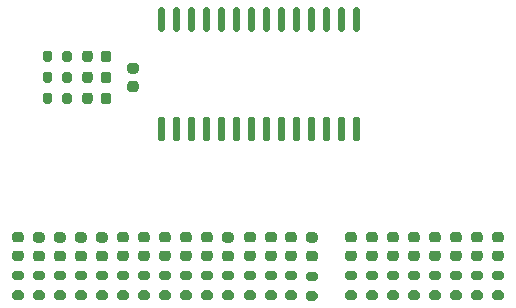
<source format=gbr>
%TF.GenerationSoftware,KiCad,Pcbnew,(5.1.10-1-10_14)*%
%TF.CreationDate,2021-10-02T01:03:44-04:00*%
%TF.ProjectId,microcode-eeprom,6d696372-6f63-46f6-9465-2d656570726f,rev?*%
%TF.SameCoordinates,Original*%
%TF.FileFunction,Paste,Top*%
%TF.FilePolarity,Positive*%
%FSLAX46Y46*%
G04 Gerber Fmt 4.6, Leading zero omitted, Abs format (unit mm)*
G04 Created by KiCad (PCBNEW (5.1.10-1-10_14)) date 2021-10-02 01:03:44*
%MOMM*%
%LPD*%
G01*
G04 APERTURE LIST*
G04 APERTURE END LIST*
%TO.C,U53*%
G36*
G01*
X103740000Y-97557000D02*
X103740000Y-97007000D01*
G75*
G02*
X103940000Y-96807000I200000J0D01*
G01*
X104340000Y-96807000D01*
G75*
G02*
X104540000Y-97007000I0J-200000D01*
G01*
X104540000Y-97557000D01*
G75*
G02*
X104340000Y-97757000I-200000J0D01*
G01*
X103940000Y-97757000D01*
G75*
G02*
X103740000Y-97557000I0J200000D01*
G01*
G37*
G36*
G01*
X102090000Y-97557000D02*
X102090000Y-97007000D01*
G75*
G02*
X102290000Y-96807000I200000J0D01*
G01*
X102690000Y-96807000D01*
G75*
G02*
X102890000Y-97007000I0J-200000D01*
G01*
X102890000Y-97557000D01*
G75*
G02*
X102690000Y-97757000I-200000J0D01*
G01*
X102290000Y-97757000D01*
G75*
G02*
X102090000Y-97557000I0J200000D01*
G01*
G37*
%TD*%
%TO.C,U52*%
G36*
G01*
X107004500Y-97538250D02*
X107004500Y-97025750D01*
G75*
G02*
X107223250Y-96807000I218750J0D01*
G01*
X107660750Y-96807000D01*
G75*
G02*
X107879500Y-97025750I0J-218750D01*
G01*
X107879500Y-97538250D01*
G75*
G02*
X107660750Y-97757000I-218750J0D01*
G01*
X107223250Y-97757000D01*
G75*
G02*
X107004500Y-97538250I0J218750D01*
G01*
G37*
G36*
G01*
X105429500Y-97538250D02*
X105429500Y-97025750D01*
G75*
G02*
X105648250Y-96807000I218750J0D01*
G01*
X106085750Y-96807000D01*
G75*
G02*
X106304500Y-97025750I0J-218750D01*
G01*
X106304500Y-97538250D01*
G75*
G02*
X106085750Y-97757000I-218750J0D01*
G01*
X105648250Y-97757000D01*
G75*
G02*
X105429500Y-97538250I0J218750D01*
G01*
G37*
%TD*%
%TO.C,U51*%
G36*
G01*
X103740000Y-94001000D02*
X103740000Y-93451000D01*
G75*
G02*
X103940000Y-93251000I200000J0D01*
G01*
X104340000Y-93251000D01*
G75*
G02*
X104540000Y-93451000I0J-200000D01*
G01*
X104540000Y-94001000D01*
G75*
G02*
X104340000Y-94201000I-200000J0D01*
G01*
X103940000Y-94201000D01*
G75*
G02*
X103740000Y-94001000I0J200000D01*
G01*
G37*
G36*
G01*
X102090000Y-94001000D02*
X102090000Y-93451000D01*
G75*
G02*
X102290000Y-93251000I200000J0D01*
G01*
X102690000Y-93251000D01*
G75*
G02*
X102890000Y-93451000I0J-200000D01*
G01*
X102890000Y-94001000D01*
G75*
G02*
X102690000Y-94201000I-200000J0D01*
G01*
X102290000Y-94201000D01*
G75*
G02*
X102090000Y-94001000I0J200000D01*
G01*
G37*
%TD*%
%TO.C,U50*%
G36*
G01*
X107004500Y-93982250D02*
X107004500Y-93469750D01*
G75*
G02*
X107223250Y-93251000I218750J0D01*
G01*
X107660750Y-93251000D01*
G75*
G02*
X107879500Y-93469750I0J-218750D01*
G01*
X107879500Y-93982250D01*
G75*
G02*
X107660750Y-94201000I-218750J0D01*
G01*
X107223250Y-94201000D01*
G75*
G02*
X107004500Y-93982250I0J218750D01*
G01*
G37*
G36*
G01*
X105429500Y-93982250D02*
X105429500Y-93469750D01*
G75*
G02*
X105648250Y-93251000I218750J0D01*
G01*
X106085750Y-93251000D01*
G75*
G02*
X106304500Y-93469750I0J-218750D01*
G01*
X106304500Y-93982250D01*
G75*
G02*
X106085750Y-94201000I-218750J0D01*
G01*
X105648250Y-94201000D01*
G75*
G02*
X105429500Y-93982250I0J218750D01*
G01*
G37*
%TD*%
%TO.C,U49*%
G36*
G01*
X103740000Y-95779000D02*
X103740000Y-95229000D01*
G75*
G02*
X103940000Y-95029000I200000J0D01*
G01*
X104340000Y-95029000D01*
G75*
G02*
X104540000Y-95229000I0J-200000D01*
G01*
X104540000Y-95779000D01*
G75*
G02*
X104340000Y-95979000I-200000J0D01*
G01*
X103940000Y-95979000D01*
G75*
G02*
X103740000Y-95779000I0J200000D01*
G01*
G37*
G36*
G01*
X102090000Y-95779000D02*
X102090000Y-95229000D01*
G75*
G02*
X102290000Y-95029000I200000J0D01*
G01*
X102690000Y-95029000D01*
G75*
G02*
X102890000Y-95229000I0J-200000D01*
G01*
X102890000Y-95779000D01*
G75*
G02*
X102690000Y-95979000I-200000J0D01*
G01*
X102290000Y-95979000D01*
G75*
G02*
X102090000Y-95779000I0J200000D01*
G01*
G37*
%TD*%
%TO.C,U48*%
G36*
G01*
X107004500Y-95760250D02*
X107004500Y-95247750D01*
G75*
G02*
X107223250Y-95029000I218750J0D01*
G01*
X107660750Y-95029000D01*
G75*
G02*
X107879500Y-95247750I0J-218750D01*
G01*
X107879500Y-95760250D01*
G75*
G02*
X107660750Y-95979000I-218750J0D01*
G01*
X107223250Y-95979000D01*
G75*
G02*
X107004500Y-95760250I0J218750D01*
G01*
G37*
G36*
G01*
X105429500Y-95760250D02*
X105429500Y-95247750D01*
G75*
G02*
X105648250Y-95029000I218750J0D01*
G01*
X106085750Y-95029000D01*
G75*
G02*
X106304500Y-95247750I0J-218750D01*
G01*
X106304500Y-95760250D01*
G75*
G02*
X106085750Y-95979000I-218750J0D01*
G01*
X105648250Y-95979000D01*
G75*
G02*
X105429500Y-95760250I0J218750D01*
G01*
G37*
%TD*%
%TO.C,C1*%
G36*
G01*
X109478000Y-95829000D02*
X109978000Y-95829000D01*
G75*
G02*
X110203000Y-96054000I0J-225000D01*
G01*
X110203000Y-96504000D01*
G75*
G02*
X109978000Y-96729000I-225000J0D01*
G01*
X109478000Y-96729000D01*
G75*
G02*
X109253000Y-96504000I0J225000D01*
G01*
X109253000Y-96054000D01*
G75*
G02*
X109478000Y-95829000I225000J0D01*
G01*
G37*
G36*
G01*
X109478000Y-94279000D02*
X109978000Y-94279000D01*
G75*
G02*
X110203000Y-94504000I0J-225000D01*
G01*
X110203000Y-94954000D01*
G75*
G02*
X109978000Y-95179000I-225000J0D01*
G01*
X109478000Y-95179000D01*
G75*
G02*
X109253000Y-94954000I0J225000D01*
G01*
X109253000Y-94504000D01*
G75*
G02*
X109478000Y-94279000I225000J0D01*
G01*
G37*
%TD*%
%TO.C,U1*%
G36*
G01*
X112291000Y-91625000D02*
X111991000Y-91625000D01*
G75*
G02*
X111841000Y-91475000I0J150000D01*
G01*
X111841000Y-89725000D01*
G75*
G02*
X111991000Y-89575000I150000J0D01*
G01*
X112291000Y-89575000D01*
G75*
G02*
X112441000Y-89725000I0J-150000D01*
G01*
X112441000Y-91475000D01*
G75*
G02*
X112291000Y-91625000I-150000J0D01*
G01*
G37*
G36*
G01*
X113561000Y-91625000D02*
X113261000Y-91625000D01*
G75*
G02*
X113111000Y-91475000I0J150000D01*
G01*
X113111000Y-89725000D01*
G75*
G02*
X113261000Y-89575000I150000J0D01*
G01*
X113561000Y-89575000D01*
G75*
G02*
X113711000Y-89725000I0J-150000D01*
G01*
X113711000Y-91475000D01*
G75*
G02*
X113561000Y-91625000I-150000J0D01*
G01*
G37*
G36*
G01*
X114831000Y-91625000D02*
X114531000Y-91625000D01*
G75*
G02*
X114381000Y-91475000I0J150000D01*
G01*
X114381000Y-89725000D01*
G75*
G02*
X114531000Y-89575000I150000J0D01*
G01*
X114831000Y-89575000D01*
G75*
G02*
X114981000Y-89725000I0J-150000D01*
G01*
X114981000Y-91475000D01*
G75*
G02*
X114831000Y-91625000I-150000J0D01*
G01*
G37*
G36*
G01*
X116101000Y-91625000D02*
X115801000Y-91625000D01*
G75*
G02*
X115651000Y-91475000I0J150000D01*
G01*
X115651000Y-89725000D01*
G75*
G02*
X115801000Y-89575000I150000J0D01*
G01*
X116101000Y-89575000D01*
G75*
G02*
X116251000Y-89725000I0J-150000D01*
G01*
X116251000Y-91475000D01*
G75*
G02*
X116101000Y-91625000I-150000J0D01*
G01*
G37*
G36*
G01*
X117371000Y-91625000D02*
X117071000Y-91625000D01*
G75*
G02*
X116921000Y-91475000I0J150000D01*
G01*
X116921000Y-89725000D01*
G75*
G02*
X117071000Y-89575000I150000J0D01*
G01*
X117371000Y-89575000D01*
G75*
G02*
X117521000Y-89725000I0J-150000D01*
G01*
X117521000Y-91475000D01*
G75*
G02*
X117371000Y-91625000I-150000J0D01*
G01*
G37*
G36*
G01*
X118641000Y-91625000D02*
X118341000Y-91625000D01*
G75*
G02*
X118191000Y-91475000I0J150000D01*
G01*
X118191000Y-89725000D01*
G75*
G02*
X118341000Y-89575000I150000J0D01*
G01*
X118641000Y-89575000D01*
G75*
G02*
X118791000Y-89725000I0J-150000D01*
G01*
X118791000Y-91475000D01*
G75*
G02*
X118641000Y-91625000I-150000J0D01*
G01*
G37*
G36*
G01*
X119911000Y-91625000D02*
X119611000Y-91625000D01*
G75*
G02*
X119461000Y-91475000I0J150000D01*
G01*
X119461000Y-89725000D01*
G75*
G02*
X119611000Y-89575000I150000J0D01*
G01*
X119911000Y-89575000D01*
G75*
G02*
X120061000Y-89725000I0J-150000D01*
G01*
X120061000Y-91475000D01*
G75*
G02*
X119911000Y-91625000I-150000J0D01*
G01*
G37*
G36*
G01*
X121181000Y-91625000D02*
X120881000Y-91625000D01*
G75*
G02*
X120731000Y-91475000I0J150000D01*
G01*
X120731000Y-89725000D01*
G75*
G02*
X120881000Y-89575000I150000J0D01*
G01*
X121181000Y-89575000D01*
G75*
G02*
X121331000Y-89725000I0J-150000D01*
G01*
X121331000Y-91475000D01*
G75*
G02*
X121181000Y-91625000I-150000J0D01*
G01*
G37*
G36*
G01*
X122451000Y-91625000D02*
X122151000Y-91625000D01*
G75*
G02*
X122001000Y-91475000I0J150000D01*
G01*
X122001000Y-89725000D01*
G75*
G02*
X122151000Y-89575000I150000J0D01*
G01*
X122451000Y-89575000D01*
G75*
G02*
X122601000Y-89725000I0J-150000D01*
G01*
X122601000Y-91475000D01*
G75*
G02*
X122451000Y-91625000I-150000J0D01*
G01*
G37*
G36*
G01*
X123721000Y-91625000D02*
X123421000Y-91625000D01*
G75*
G02*
X123271000Y-91475000I0J150000D01*
G01*
X123271000Y-89725000D01*
G75*
G02*
X123421000Y-89575000I150000J0D01*
G01*
X123721000Y-89575000D01*
G75*
G02*
X123871000Y-89725000I0J-150000D01*
G01*
X123871000Y-91475000D01*
G75*
G02*
X123721000Y-91625000I-150000J0D01*
G01*
G37*
G36*
G01*
X124991000Y-91625000D02*
X124691000Y-91625000D01*
G75*
G02*
X124541000Y-91475000I0J150000D01*
G01*
X124541000Y-89725000D01*
G75*
G02*
X124691000Y-89575000I150000J0D01*
G01*
X124991000Y-89575000D01*
G75*
G02*
X125141000Y-89725000I0J-150000D01*
G01*
X125141000Y-91475000D01*
G75*
G02*
X124991000Y-91625000I-150000J0D01*
G01*
G37*
G36*
G01*
X126261000Y-91625000D02*
X125961000Y-91625000D01*
G75*
G02*
X125811000Y-91475000I0J150000D01*
G01*
X125811000Y-89725000D01*
G75*
G02*
X125961000Y-89575000I150000J0D01*
G01*
X126261000Y-89575000D01*
G75*
G02*
X126411000Y-89725000I0J-150000D01*
G01*
X126411000Y-91475000D01*
G75*
G02*
X126261000Y-91625000I-150000J0D01*
G01*
G37*
G36*
G01*
X127531000Y-91625000D02*
X127231000Y-91625000D01*
G75*
G02*
X127081000Y-91475000I0J150000D01*
G01*
X127081000Y-89725000D01*
G75*
G02*
X127231000Y-89575000I150000J0D01*
G01*
X127531000Y-89575000D01*
G75*
G02*
X127681000Y-89725000I0J-150000D01*
G01*
X127681000Y-91475000D01*
G75*
G02*
X127531000Y-91625000I-150000J0D01*
G01*
G37*
G36*
G01*
X128801000Y-91625000D02*
X128501000Y-91625000D01*
G75*
G02*
X128351000Y-91475000I0J150000D01*
G01*
X128351000Y-89725000D01*
G75*
G02*
X128501000Y-89575000I150000J0D01*
G01*
X128801000Y-89575000D01*
G75*
G02*
X128951000Y-89725000I0J-150000D01*
G01*
X128951000Y-91475000D01*
G75*
G02*
X128801000Y-91625000I-150000J0D01*
G01*
G37*
G36*
G01*
X128801000Y-100925000D02*
X128501000Y-100925000D01*
G75*
G02*
X128351000Y-100775000I0J150000D01*
G01*
X128351000Y-99025000D01*
G75*
G02*
X128501000Y-98875000I150000J0D01*
G01*
X128801000Y-98875000D01*
G75*
G02*
X128951000Y-99025000I0J-150000D01*
G01*
X128951000Y-100775000D01*
G75*
G02*
X128801000Y-100925000I-150000J0D01*
G01*
G37*
G36*
G01*
X127531000Y-100925000D02*
X127231000Y-100925000D01*
G75*
G02*
X127081000Y-100775000I0J150000D01*
G01*
X127081000Y-99025000D01*
G75*
G02*
X127231000Y-98875000I150000J0D01*
G01*
X127531000Y-98875000D01*
G75*
G02*
X127681000Y-99025000I0J-150000D01*
G01*
X127681000Y-100775000D01*
G75*
G02*
X127531000Y-100925000I-150000J0D01*
G01*
G37*
G36*
G01*
X126261000Y-100925000D02*
X125961000Y-100925000D01*
G75*
G02*
X125811000Y-100775000I0J150000D01*
G01*
X125811000Y-99025000D01*
G75*
G02*
X125961000Y-98875000I150000J0D01*
G01*
X126261000Y-98875000D01*
G75*
G02*
X126411000Y-99025000I0J-150000D01*
G01*
X126411000Y-100775000D01*
G75*
G02*
X126261000Y-100925000I-150000J0D01*
G01*
G37*
G36*
G01*
X124991000Y-100925000D02*
X124691000Y-100925000D01*
G75*
G02*
X124541000Y-100775000I0J150000D01*
G01*
X124541000Y-99025000D01*
G75*
G02*
X124691000Y-98875000I150000J0D01*
G01*
X124991000Y-98875000D01*
G75*
G02*
X125141000Y-99025000I0J-150000D01*
G01*
X125141000Y-100775000D01*
G75*
G02*
X124991000Y-100925000I-150000J0D01*
G01*
G37*
G36*
G01*
X123721000Y-100925000D02*
X123421000Y-100925000D01*
G75*
G02*
X123271000Y-100775000I0J150000D01*
G01*
X123271000Y-99025000D01*
G75*
G02*
X123421000Y-98875000I150000J0D01*
G01*
X123721000Y-98875000D01*
G75*
G02*
X123871000Y-99025000I0J-150000D01*
G01*
X123871000Y-100775000D01*
G75*
G02*
X123721000Y-100925000I-150000J0D01*
G01*
G37*
G36*
G01*
X122451000Y-100925000D02*
X122151000Y-100925000D01*
G75*
G02*
X122001000Y-100775000I0J150000D01*
G01*
X122001000Y-99025000D01*
G75*
G02*
X122151000Y-98875000I150000J0D01*
G01*
X122451000Y-98875000D01*
G75*
G02*
X122601000Y-99025000I0J-150000D01*
G01*
X122601000Y-100775000D01*
G75*
G02*
X122451000Y-100925000I-150000J0D01*
G01*
G37*
G36*
G01*
X121181000Y-100925000D02*
X120881000Y-100925000D01*
G75*
G02*
X120731000Y-100775000I0J150000D01*
G01*
X120731000Y-99025000D01*
G75*
G02*
X120881000Y-98875000I150000J0D01*
G01*
X121181000Y-98875000D01*
G75*
G02*
X121331000Y-99025000I0J-150000D01*
G01*
X121331000Y-100775000D01*
G75*
G02*
X121181000Y-100925000I-150000J0D01*
G01*
G37*
G36*
G01*
X119911000Y-100925000D02*
X119611000Y-100925000D01*
G75*
G02*
X119461000Y-100775000I0J150000D01*
G01*
X119461000Y-99025000D01*
G75*
G02*
X119611000Y-98875000I150000J0D01*
G01*
X119911000Y-98875000D01*
G75*
G02*
X120061000Y-99025000I0J-150000D01*
G01*
X120061000Y-100775000D01*
G75*
G02*
X119911000Y-100925000I-150000J0D01*
G01*
G37*
G36*
G01*
X118641000Y-100925000D02*
X118341000Y-100925000D01*
G75*
G02*
X118191000Y-100775000I0J150000D01*
G01*
X118191000Y-99025000D01*
G75*
G02*
X118341000Y-98875000I150000J0D01*
G01*
X118641000Y-98875000D01*
G75*
G02*
X118791000Y-99025000I0J-150000D01*
G01*
X118791000Y-100775000D01*
G75*
G02*
X118641000Y-100925000I-150000J0D01*
G01*
G37*
G36*
G01*
X117371000Y-100925000D02*
X117071000Y-100925000D01*
G75*
G02*
X116921000Y-100775000I0J150000D01*
G01*
X116921000Y-99025000D01*
G75*
G02*
X117071000Y-98875000I150000J0D01*
G01*
X117371000Y-98875000D01*
G75*
G02*
X117521000Y-99025000I0J-150000D01*
G01*
X117521000Y-100775000D01*
G75*
G02*
X117371000Y-100925000I-150000J0D01*
G01*
G37*
G36*
G01*
X116101000Y-100925000D02*
X115801000Y-100925000D01*
G75*
G02*
X115651000Y-100775000I0J150000D01*
G01*
X115651000Y-99025000D01*
G75*
G02*
X115801000Y-98875000I150000J0D01*
G01*
X116101000Y-98875000D01*
G75*
G02*
X116251000Y-99025000I0J-150000D01*
G01*
X116251000Y-100775000D01*
G75*
G02*
X116101000Y-100925000I-150000J0D01*
G01*
G37*
G36*
G01*
X114831000Y-100925000D02*
X114531000Y-100925000D01*
G75*
G02*
X114381000Y-100775000I0J150000D01*
G01*
X114381000Y-99025000D01*
G75*
G02*
X114531000Y-98875000I150000J0D01*
G01*
X114831000Y-98875000D01*
G75*
G02*
X114981000Y-99025000I0J-150000D01*
G01*
X114981000Y-100775000D01*
G75*
G02*
X114831000Y-100925000I-150000J0D01*
G01*
G37*
G36*
G01*
X113561000Y-100925000D02*
X113261000Y-100925000D01*
G75*
G02*
X113111000Y-100775000I0J150000D01*
G01*
X113111000Y-99025000D01*
G75*
G02*
X113261000Y-98875000I150000J0D01*
G01*
X113561000Y-98875000D01*
G75*
G02*
X113711000Y-99025000I0J-150000D01*
G01*
X113711000Y-100775000D01*
G75*
G02*
X113561000Y-100925000I-150000J0D01*
G01*
G37*
G36*
G01*
X112291000Y-100925000D02*
X111991000Y-100925000D01*
G75*
G02*
X111841000Y-100775000I0J150000D01*
G01*
X111841000Y-99025000D01*
G75*
G02*
X111991000Y-98875000I150000J0D01*
G01*
X112291000Y-98875000D01*
G75*
G02*
X112441000Y-99025000I0J-150000D01*
G01*
X112441000Y-100775000D01*
G75*
G02*
X112291000Y-100925000I-150000J0D01*
G01*
G37*
%TD*%
%TO.C,U31*%
G36*
G01*
X124603000Y-113608000D02*
X125153000Y-113608000D01*
G75*
G02*
X125353000Y-113808000I0J-200000D01*
G01*
X125353000Y-114208000D01*
G75*
G02*
X125153000Y-114408000I-200000J0D01*
G01*
X124603000Y-114408000D01*
G75*
G02*
X124403000Y-114208000I0J200000D01*
G01*
X124403000Y-113808000D01*
G75*
G02*
X124603000Y-113608000I200000J0D01*
G01*
G37*
G36*
G01*
X124603000Y-111958000D02*
X125153000Y-111958000D01*
G75*
G02*
X125353000Y-112158000I0J-200000D01*
G01*
X125353000Y-112558000D01*
G75*
G02*
X125153000Y-112758000I-200000J0D01*
G01*
X124603000Y-112758000D01*
G75*
G02*
X124403000Y-112558000I0J200000D01*
G01*
X124403000Y-112158000D01*
G75*
G02*
X124603000Y-111958000I200000J0D01*
G01*
G37*
%TD*%
%TO.C,U30*%
G36*
G01*
X125134250Y-109493500D02*
X124621750Y-109493500D01*
G75*
G02*
X124403000Y-109274750I0J218750D01*
G01*
X124403000Y-108837250D01*
G75*
G02*
X124621750Y-108618500I218750J0D01*
G01*
X125134250Y-108618500D01*
G75*
G02*
X125353000Y-108837250I0J-218750D01*
G01*
X125353000Y-109274750D01*
G75*
G02*
X125134250Y-109493500I-218750J0D01*
G01*
G37*
G36*
G01*
X125134250Y-111068500D02*
X124621750Y-111068500D01*
G75*
G02*
X124403000Y-110849750I0J218750D01*
G01*
X124403000Y-110412250D01*
G75*
G02*
X124621750Y-110193500I218750J0D01*
G01*
X125134250Y-110193500D01*
G75*
G02*
X125353000Y-110412250I0J-218750D01*
G01*
X125353000Y-110849750D01*
G75*
G02*
X125134250Y-111068500I-218750J0D01*
G01*
G37*
%TD*%
%TO.C,U29*%
G36*
G01*
X122825000Y-113545000D02*
X123375000Y-113545000D01*
G75*
G02*
X123575000Y-113745000I0J-200000D01*
G01*
X123575000Y-114145000D01*
G75*
G02*
X123375000Y-114345000I-200000J0D01*
G01*
X122825000Y-114345000D01*
G75*
G02*
X122625000Y-114145000I0J200000D01*
G01*
X122625000Y-113745000D01*
G75*
G02*
X122825000Y-113545000I200000J0D01*
G01*
G37*
G36*
G01*
X122825000Y-111895000D02*
X123375000Y-111895000D01*
G75*
G02*
X123575000Y-112095000I0J-200000D01*
G01*
X123575000Y-112495000D01*
G75*
G02*
X123375000Y-112695000I-200000J0D01*
G01*
X122825000Y-112695000D01*
G75*
G02*
X122625000Y-112495000I0J200000D01*
G01*
X122625000Y-112095000D01*
G75*
G02*
X122825000Y-111895000I200000J0D01*
G01*
G37*
%TD*%
%TO.C,U28*%
G36*
G01*
X123356250Y-109468000D02*
X122843750Y-109468000D01*
G75*
G02*
X122625000Y-109249250I0J218750D01*
G01*
X122625000Y-108811750D01*
G75*
G02*
X122843750Y-108593000I218750J0D01*
G01*
X123356250Y-108593000D01*
G75*
G02*
X123575000Y-108811750I0J-218750D01*
G01*
X123575000Y-109249250D01*
G75*
G02*
X123356250Y-109468000I-218750J0D01*
G01*
G37*
G36*
G01*
X123356250Y-111043000D02*
X122843750Y-111043000D01*
G75*
G02*
X122625000Y-110824250I0J218750D01*
G01*
X122625000Y-110386750D01*
G75*
G02*
X122843750Y-110168000I218750J0D01*
G01*
X123356250Y-110168000D01*
G75*
G02*
X123575000Y-110386750I0J-218750D01*
G01*
X123575000Y-110824250D01*
G75*
G02*
X123356250Y-111043000I-218750J0D01*
G01*
G37*
%TD*%
%TO.C,U27*%
G36*
G01*
X121137000Y-113545000D02*
X121687000Y-113545000D01*
G75*
G02*
X121887000Y-113745000I0J-200000D01*
G01*
X121887000Y-114145000D01*
G75*
G02*
X121687000Y-114345000I-200000J0D01*
G01*
X121137000Y-114345000D01*
G75*
G02*
X120937000Y-114145000I0J200000D01*
G01*
X120937000Y-113745000D01*
G75*
G02*
X121137000Y-113545000I200000J0D01*
G01*
G37*
G36*
G01*
X121137000Y-111895000D02*
X121687000Y-111895000D01*
G75*
G02*
X121887000Y-112095000I0J-200000D01*
G01*
X121887000Y-112495000D01*
G75*
G02*
X121687000Y-112695000I-200000J0D01*
G01*
X121137000Y-112695000D01*
G75*
G02*
X120937000Y-112495000I0J200000D01*
G01*
X120937000Y-112095000D01*
G75*
G02*
X121137000Y-111895000I200000J0D01*
G01*
G37*
%TD*%
%TO.C,U26*%
G36*
G01*
X121668250Y-111043000D02*
X121155750Y-111043000D01*
G75*
G02*
X120937000Y-110824250I0J218750D01*
G01*
X120937000Y-110386750D01*
G75*
G02*
X121155750Y-110168000I218750J0D01*
G01*
X121668250Y-110168000D01*
G75*
G02*
X121887000Y-110386750I0J-218750D01*
G01*
X121887000Y-110824250D01*
G75*
G02*
X121668250Y-111043000I-218750J0D01*
G01*
G37*
G36*
G01*
X121668250Y-109468000D02*
X121155750Y-109468000D01*
G75*
G02*
X120937000Y-109249250I0J218750D01*
G01*
X120937000Y-108811750D01*
G75*
G02*
X121155750Y-108593000I218750J0D01*
G01*
X121668250Y-108593000D01*
G75*
G02*
X121887000Y-108811750I0J-218750D01*
G01*
X121887000Y-109249250D01*
G75*
G02*
X121668250Y-109468000I-218750J0D01*
G01*
G37*
%TD*%
%TO.C,U25*%
G36*
G01*
X119359000Y-113545000D02*
X119909000Y-113545000D01*
G75*
G02*
X120109000Y-113745000I0J-200000D01*
G01*
X120109000Y-114145000D01*
G75*
G02*
X119909000Y-114345000I-200000J0D01*
G01*
X119359000Y-114345000D01*
G75*
G02*
X119159000Y-114145000I0J200000D01*
G01*
X119159000Y-113745000D01*
G75*
G02*
X119359000Y-113545000I200000J0D01*
G01*
G37*
G36*
G01*
X119359000Y-111895000D02*
X119909000Y-111895000D01*
G75*
G02*
X120109000Y-112095000I0J-200000D01*
G01*
X120109000Y-112495000D01*
G75*
G02*
X119909000Y-112695000I-200000J0D01*
G01*
X119359000Y-112695000D01*
G75*
G02*
X119159000Y-112495000I0J200000D01*
G01*
X119159000Y-112095000D01*
G75*
G02*
X119359000Y-111895000I200000J0D01*
G01*
G37*
%TD*%
%TO.C,U24*%
G36*
G01*
X119890250Y-109468000D02*
X119377750Y-109468000D01*
G75*
G02*
X119159000Y-109249250I0J218750D01*
G01*
X119159000Y-108811750D01*
G75*
G02*
X119377750Y-108593000I218750J0D01*
G01*
X119890250Y-108593000D01*
G75*
G02*
X120109000Y-108811750I0J-218750D01*
G01*
X120109000Y-109249250D01*
G75*
G02*
X119890250Y-109468000I-218750J0D01*
G01*
G37*
G36*
G01*
X119890250Y-111043000D02*
X119377750Y-111043000D01*
G75*
G02*
X119159000Y-110824250I0J218750D01*
G01*
X119159000Y-110386750D01*
G75*
G02*
X119377750Y-110168000I218750J0D01*
G01*
X119890250Y-110168000D01*
G75*
G02*
X120109000Y-110386750I0J-218750D01*
G01*
X120109000Y-110824250D01*
G75*
G02*
X119890250Y-111043000I-218750J0D01*
G01*
G37*
%TD*%
%TO.C,U23*%
G36*
G01*
X117491000Y-113545000D02*
X118041000Y-113545000D01*
G75*
G02*
X118241000Y-113745000I0J-200000D01*
G01*
X118241000Y-114145000D01*
G75*
G02*
X118041000Y-114345000I-200000J0D01*
G01*
X117491000Y-114345000D01*
G75*
G02*
X117291000Y-114145000I0J200000D01*
G01*
X117291000Y-113745000D01*
G75*
G02*
X117491000Y-113545000I200000J0D01*
G01*
G37*
G36*
G01*
X117491000Y-111895000D02*
X118041000Y-111895000D01*
G75*
G02*
X118241000Y-112095000I0J-200000D01*
G01*
X118241000Y-112495000D01*
G75*
G02*
X118041000Y-112695000I-200000J0D01*
G01*
X117491000Y-112695000D01*
G75*
G02*
X117291000Y-112495000I0J200000D01*
G01*
X117291000Y-112095000D01*
G75*
G02*
X117491000Y-111895000I200000J0D01*
G01*
G37*
%TD*%
%TO.C,U22*%
G36*
G01*
X118022250Y-109493500D02*
X117509750Y-109493500D01*
G75*
G02*
X117291000Y-109274750I0J218750D01*
G01*
X117291000Y-108837250D01*
G75*
G02*
X117509750Y-108618500I218750J0D01*
G01*
X118022250Y-108618500D01*
G75*
G02*
X118241000Y-108837250I0J-218750D01*
G01*
X118241000Y-109274750D01*
G75*
G02*
X118022250Y-109493500I-218750J0D01*
G01*
G37*
G36*
G01*
X118022250Y-111068500D02*
X117509750Y-111068500D01*
G75*
G02*
X117291000Y-110849750I0J218750D01*
G01*
X117291000Y-110412250D01*
G75*
G02*
X117509750Y-110193500I218750J0D01*
G01*
X118022250Y-110193500D01*
G75*
G02*
X118241000Y-110412250I0J-218750D01*
G01*
X118241000Y-110849750D01*
G75*
G02*
X118022250Y-111068500I-218750J0D01*
G01*
G37*
%TD*%
%TO.C,U21*%
G36*
G01*
X115713000Y-113545000D02*
X116263000Y-113545000D01*
G75*
G02*
X116463000Y-113745000I0J-200000D01*
G01*
X116463000Y-114145000D01*
G75*
G02*
X116263000Y-114345000I-200000J0D01*
G01*
X115713000Y-114345000D01*
G75*
G02*
X115513000Y-114145000I0J200000D01*
G01*
X115513000Y-113745000D01*
G75*
G02*
X115713000Y-113545000I200000J0D01*
G01*
G37*
G36*
G01*
X115713000Y-111895000D02*
X116263000Y-111895000D01*
G75*
G02*
X116463000Y-112095000I0J-200000D01*
G01*
X116463000Y-112495000D01*
G75*
G02*
X116263000Y-112695000I-200000J0D01*
G01*
X115713000Y-112695000D01*
G75*
G02*
X115513000Y-112495000I0J200000D01*
G01*
X115513000Y-112095000D01*
G75*
G02*
X115713000Y-111895000I200000J0D01*
G01*
G37*
%TD*%
%TO.C,U20*%
G36*
G01*
X116244250Y-109468000D02*
X115731750Y-109468000D01*
G75*
G02*
X115513000Y-109249250I0J218750D01*
G01*
X115513000Y-108811750D01*
G75*
G02*
X115731750Y-108593000I218750J0D01*
G01*
X116244250Y-108593000D01*
G75*
G02*
X116463000Y-108811750I0J-218750D01*
G01*
X116463000Y-109249250D01*
G75*
G02*
X116244250Y-109468000I-218750J0D01*
G01*
G37*
G36*
G01*
X116244250Y-111043000D02*
X115731750Y-111043000D01*
G75*
G02*
X115513000Y-110824250I0J218750D01*
G01*
X115513000Y-110386750D01*
G75*
G02*
X115731750Y-110168000I218750J0D01*
G01*
X116244250Y-110168000D01*
G75*
G02*
X116463000Y-110386750I0J-218750D01*
G01*
X116463000Y-110824250D01*
G75*
G02*
X116244250Y-111043000I-218750J0D01*
G01*
G37*
%TD*%
%TO.C,U19*%
G36*
G01*
X113935000Y-113545000D02*
X114485000Y-113545000D01*
G75*
G02*
X114685000Y-113745000I0J-200000D01*
G01*
X114685000Y-114145000D01*
G75*
G02*
X114485000Y-114345000I-200000J0D01*
G01*
X113935000Y-114345000D01*
G75*
G02*
X113735000Y-114145000I0J200000D01*
G01*
X113735000Y-113745000D01*
G75*
G02*
X113935000Y-113545000I200000J0D01*
G01*
G37*
G36*
G01*
X113935000Y-111895000D02*
X114485000Y-111895000D01*
G75*
G02*
X114685000Y-112095000I0J-200000D01*
G01*
X114685000Y-112495000D01*
G75*
G02*
X114485000Y-112695000I-200000J0D01*
G01*
X113935000Y-112695000D01*
G75*
G02*
X113735000Y-112495000I0J200000D01*
G01*
X113735000Y-112095000D01*
G75*
G02*
X113935000Y-111895000I200000J0D01*
G01*
G37*
%TD*%
%TO.C,U18*%
G36*
G01*
X114466250Y-109468000D02*
X113953750Y-109468000D01*
G75*
G02*
X113735000Y-109249250I0J218750D01*
G01*
X113735000Y-108811750D01*
G75*
G02*
X113953750Y-108593000I218750J0D01*
G01*
X114466250Y-108593000D01*
G75*
G02*
X114685000Y-108811750I0J-218750D01*
G01*
X114685000Y-109249250D01*
G75*
G02*
X114466250Y-109468000I-218750J0D01*
G01*
G37*
G36*
G01*
X114466250Y-111043000D02*
X113953750Y-111043000D01*
G75*
G02*
X113735000Y-110824250I0J218750D01*
G01*
X113735000Y-110386750D01*
G75*
G02*
X113953750Y-110168000I218750J0D01*
G01*
X114466250Y-110168000D01*
G75*
G02*
X114685000Y-110386750I0J-218750D01*
G01*
X114685000Y-110824250D01*
G75*
G02*
X114466250Y-111043000I-218750J0D01*
G01*
G37*
%TD*%
%TO.C,U17*%
G36*
G01*
X112157000Y-113545000D02*
X112707000Y-113545000D01*
G75*
G02*
X112907000Y-113745000I0J-200000D01*
G01*
X112907000Y-114145000D01*
G75*
G02*
X112707000Y-114345000I-200000J0D01*
G01*
X112157000Y-114345000D01*
G75*
G02*
X111957000Y-114145000I0J200000D01*
G01*
X111957000Y-113745000D01*
G75*
G02*
X112157000Y-113545000I200000J0D01*
G01*
G37*
G36*
G01*
X112157000Y-111895000D02*
X112707000Y-111895000D01*
G75*
G02*
X112907000Y-112095000I0J-200000D01*
G01*
X112907000Y-112495000D01*
G75*
G02*
X112707000Y-112695000I-200000J0D01*
G01*
X112157000Y-112695000D01*
G75*
G02*
X111957000Y-112495000I0J200000D01*
G01*
X111957000Y-112095000D01*
G75*
G02*
X112157000Y-111895000I200000J0D01*
G01*
G37*
%TD*%
%TO.C,U16*%
G36*
G01*
X112688250Y-109468000D02*
X112175750Y-109468000D01*
G75*
G02*
X111957000Y-109249250I0J218750D01*
G01*
X111957000Y-108811750D01*
G75*
G02*
X112175750Y-108593000I218750J0D01*
G01*
X112688250Y-108593000D01*
G75*
G02*
X112907000Y-108811750I0J-218750D01*
G01*
X112907000Y-109249250D01*
G75*
G02*
X112688250Y-109468000I-218750J0D01*
G01*
G37*
G36*
G01*
X112688250Y-111043000D02*
X112175750Y-111043000D01*
G75*
G02*
X111957000Y-110824250I0J218750D01*
G01*
X111957000Y-110386750D01*
G75*
G02*
X112175750Y-110168000I218750J0D01*
G01*
X112688250Y-110168000D01*
G75*
G02*
X112907000Y-110386750I0J-218750D01*
G01*
X112907000Y-110824250D01*
G75*
G02*
X112688250Y-111043000I-218750J0D01*
G01*
G37*
%TD*%
%TO.C,U15*%
G36*
G01*
X110379000Y-113545000D02*
X110929000Y-113545000D01*
G75*
G02*
X111129000Y-113745000I0J-200000D01*
G01*
X111129000Y-114145000D01*
G75*
G02*
X110929000Y-114345000I-200000J0D01*
G01*
X110379000Y-114345000D01*
G75*
G02*
X110179000Y-114145000I0J200000D01*
G01*
X110179000Y-113745000D01*
G75*
G02*
X110379000Y-113545000I200000J0D01*
G01*
G37*
G36*
G01*
X110379000Y-111895000D02*
X110929000Y-111895000D01*
G75*
G02*
X111129000Y-112095000I0J-200000D01*
G01*
X111129000Y-112495000D01*
G75*
G02*
X110929000Y-112695000I-200000J0D01*
G01*
X110379000Y-112695000D01*
G75*
G02*
X110179000Y-112495000I0J200000D01*
G01*
X110179000Y-112095000D01*
G75*
G02*
X110379000Y-111895000I200000J0D01*
G01*
G37*
%TD*%
%TO.C,U14*%
G36*
G01*
X110910250Y-109468000D02*
X110397750Y-109468000D01*
G75*
G02*
X110179000Y-109249250I0J218750D01*
G01*
X110179000Y-108811750D01*
G75*
G02*
X110397750Y-108593000I218750J0D01*
G01*
X110910250Y-108593000D01*
G75*
G02*
X111129000Y-108811750I0J-218750D01*
G01*
X111129000Y-109249250D01*
G75*
G02*
X110910250Y-109468000I-218750J0D01*
G01*
G37*
G36*
G01*
X110910250Y-111043000D02*
X110397750Y-111043000D01*
G75*
G02*
X110179000Y-110824250I0J218750D01*
G01*
X110179000Y-110386750D01*
G75*
G02*
X110397750Y-110168000I218750J0D01*
G01*
X110910250Y-110168000D01*
G75*
G02*
X111129000Y-110386750I0J-218750D01*
G01*
X111129000Y-110824250D01*
G75*
G02*
X110910250Y-111043000I-218750J0D01*
G01*
G37*
%TD*%
%TO.C,U13*%
G36*
G01*
X108601000Y-113545000D02*
X109151000Y-113545000D01*
G75*
G02*
X109351000Y-113745000I0J-200000D01*
G01*
X109351000Y-114145000D01*
G75*
G02*
X109151000Y-114345000I-200000J0D01*
G01*
X108601000Y-114345000D01*
G75*
G02*
X108401000Y-114145000I0J200000D01*
G01*
X108401000Y-113745000D01*
G75*
G02*
X108601000Y-113545000I200000J0D01*
G01*
G37*
G36*
G01*
X108601000Y-111895000D02*
X109151000Y-111895000D01*
G75*
G02*
X109351000Y-112095000I0J-200000D01*
G01*
X109351000Y-112495000D01*
G75*
G02*
X109151000Y-112695000I-200000J0D01*
G01*
X108601000Y-112695000D01*
G75*
G02*
X108401000Y-112495000I0J200000D01*
G01*
X108401000Y-112095000D01*
G75*
G02*
X108601000Y-111895000I200000J0D01*
G01*
G37*
%TD*%
%TO.C,U12*%
G36*
G01*
X109132250Y-109468000D02*
X108619750Y-109468000D01*
G75*
G02*
X108401000Y-109249250I0J218750D01*
G01*
X108401000Y-108811750D01*
G75*
G02*
X108619750Y-108593000I218750J0D01*
G01*
X109132250Y-108593000D01*
G75*
G02*
X109351000Y-108811750I0J-218750D01*
G01*
X109351000Y-109249250D01*
G75*
G02*
X109132250Y-109468000I-218750J0D01*
G01*
G37*
G36*
G01*
X109132250Y-111043000D02*
X108619750Y-111043000D01*
G75*
G02*
X108401000Y-110824250I0J218750D01*
G01*
X108401000Y-110386750D01*
G75*
G02*
X108619750Y-110168000I218750J0D01*
G01*
X109132250Y-110168000D01*
G75*
G02*
X109351000Y-110386750I0J-218750D01*
G01*
X109351000Y-110824250D01*
G75*
G02*
X109132250Y-111043000I-218750J0D01*
G01*
G37*
%TD*%
%TO.C,U11*%
G36*
G01*
X106823000Y-113545000D02*
X107373000Y-113545000D01*
G75*
G02*
X107573000Y-113745000I0J-200000D01*
G01*
X107573000Y-114145000D01*
G75*
G02*
X107373000Y-114345000I-200000J0D01*
G01*
X106823000Y-114345000D01*
G75*
G02*
X106623000Y-114145000I0J200000D01*
G01*
X106623000Y-113745000D01*
G75*
G02*
X106823000Y-113545000I200000J0D01*
G01*
G37*
G36*
G01*
X106823000Y-111895000D02*
X107373000Y-111895000D01*
G75*
G02*
X107573000Y-112095000I0J-200000D01*
G01*
X107573000Y-112495000D01*
G75*
G02*
X107373000Y-112695000I-200000J0D01*
G01*
X106823000Y-112695000D01*
G75*
G02*
X106623000Y-112495000I0J200000D01*
G01*
X106623000Y-112095000D01*
G75*
G02*
X106823000Y-111895000I200000J0D01*
G01*
G37*
%TD*%
%TO.C,U10*%
G36*
G01*
X107354250Y-109493500D02*
X106841750Y-109493500D01*
G75*
G02*
X106623000Y-109274750I0J218750D01*
G01*
X106623000Y-108837250D01*
G75*
G02*
X106841750Y-108618500I218750J0D01*
G01*
X107354250Y-108618500D01*
G75*
G02*
X107573000Y-108837250I0J-218750D01*
G01*
X107573000Y-109274750D01*
G75*
G02*
X107354250Y-109493500I-218750J0D01*
G01*
G37*
G36*
G01*
X107354250Y-111068500D02*
X106841750Y-111068500D01*
G75*
G02*
X106623000Y-110849750I0J218750D01*
G01*
X106623000Y-110412250D01*
G75*
G02*
X106841750Y-110193500I218750J0D01*
G01*
X107354250Y-110193500D01*
G75*
G02*
X107573000Y-110412250I0J-218750D01*
G01*
X107573000Y-110849750D01*
G75*
G02*
X107354250Y-111068500I-218750J0D01*
G01*
G37*
%TD*%
%TO.C,U9*%
G36*
G01*
X105045000Y-113545000D02*
X105595000Y-113545000D01*
G75*
G02*
X105795000Y-113745000I0J-200000D01*
G01*
X105795000Y-114145000D01*
G75*
G02*
X105595000Y-114345000I-200000J0D01*
G01*
X105045000Y-114345000D01*
G75*
G02*
X104845000Y-114145000I0J200000D01*
G01*
X104845000Y-113745000D01*
G75*
G02*
X105045000Y-113545000I200000J0D01*
G01*
G37*
G36*
G01*
X105045000Y-111895000D02*
X105595000Y-111895000D01*
G75*
G02*
X105795000Y-112095000I0J-200000D01*
G01*
X105795000Y-112495000D01*
G75*
G02*
X105595000Y-112695000I-200000J0D01*
G01*
X105045000Y-112695000D01*
G75*
G02*
X104845000Y-112495000I0J200000D01*
G01*
X104845000Y-112095000D01*
G75*
G02*
X105045000Y-111895000I200000J0D01*
G01*
G37*
%TD*%
%TO.C,U8*%
G36*
G01*
X105576250Y-109493500D02*
X105063750Y-109493500D01*
G75*
G02*
X104845000Y-109274750I0J218750D01*
G01*
X104845000Y-108837250D01*
G75*
G02*
X105063750Y-108618500I218750J0D01*
G01*
X105576250Y-108618500D01*
G75*
G02*
X105795000Y-108837250I0J-218750D01*
G01*
X105795000Y-109274750D01*
G75*
G02*
X105576250Y-109493500I-218750J0D01*
G01*
G37*
G36*
G01*
X105576250Y-111068500D02*
X105063750Y-111068500D01*
G75*
G02*
X104845000Y-110849750I0J218750D01*
G01*
X104845000Y-110412250D01*
G75*
G02*
X105063750Y-110193500I218750J0D01*
G01*
X105576250Y-110193500D01*
G75*
G02*
X105795000Y-110412250I0J-218750D01*
G01*
X105795000Y-110849750D01*
G75*
G02*
X105576250Y-111068500I-218750J0D01*
G01*
G37*
%TD*%
%TO.C,U7*%
G36*
G01*
X103267000Y-113545000D02*
X103817000Y-113545000D01*
G75*
G02*
X104017000Y-113745000I0J-200000D01*
G01*
X104017000Y-114145000D01*
G75*
G02*
X103817000Y-114345000I-200000J0D01*
G01*
X103267000Y-114345000D01*
G75*
G02*
X103067000Y-114145000I0J200000D01*
G01*
X103067000Y-113745000D01*
G75*
G02*
X103267000Y-113545000I200000J0D01*
G01*
G37*
G36*
G01*
X103267000Y-111895000D02*
X103817000Y-111895000D01*
G75*
G02*
X104017000Y-112095000I0J-200000D01*
G01*
X104017000Y-112495000D01*
G75*
G02*
X103817000Y-112695000I-200000J0D01*
G01*
X103267000Y-112695000D01*
G75*
G02*
X103067000Y-112495000I0J200000D01*
G01*
X103067000Y-112095000D01*
G75*
G02*
X103267000Y-111895000I200000J0D01*
G01*
G37*
%TD*%
%TO.C,U6*%
G36*
G01*
X103798250Y-109493500D02*
X103285750Y-109493500D01*
G75*
G02*
X103067000Y-109274750I0J218750D01*
G01*
X103067000Y-108837250D01*
G75*
G02*
X103285750Y-108618500I218750J0D01*
G01*
X103798250Y-108618500D01*
G75*
G02*
X104017000Y-108837250I0J-218750D01*
G01*
X104017000Y-109274750D01*
G75*
G02*
X103798250Y-109493500I-218750J0D01*
G01*
G37*
G36*
G01*
X103798250Y-111068500D02*
X103285750Y-111068500D01*
G75*
G02*
X103067000Y-110849750I0J218750D01*
G01*
X103067000Y-110412250D01*
G75*
G02*
X103285750Y-110193500I218750J0D01*
G01*
X103798250Y-110193500D01*
G75*
G02*
X104017000Y-110412250I0J-218750D01*
G01*
X104017000Y-110849750D01*
G75*
G02*
X103798250Y-111068500I-218750J0D01*
G01*
G37*
%TD*%
%TO.C,U5*%
G36*
G01*
X101489000Y-113545000D02*
X102039000Y-113545000D01*
G75*
G02*
X102239000Y-113745000I0J-200000D01*
G01*
X102239000Y-114145000D01*
G75*
G02*
X102039000Y-114345000I-200000J0D01*
G01*
X101489000Y-114345000D01*
G75*
G02*
X101289000Y-114145000I0J200000D01*
G01*
X101289000Y-113745000D01*
G75*
G02*
X101489000Y-113545000I200000J0D01*
G01*
G37*
G36*
G01*
X101489000Y-111895000D02*
X102039000Y-111895000D01*
G75*
G02*
X102239000Y-112095000I0J-200000D01*
G01*
X102239000Y-112495000D01*
G75*
G02*
X102039000Y-112695000I-200000J0D01*
G01*
X101489000Y-112695000D01*
G75*
G02*
X101289000Y-112495000I0J200000D01*
G01*
X101289000Y-112095000D01*
G75*
G02*
X101489000Y-111895000I200000J0D01*
G01*
G37*
%TD*%
%TO.C,U4*%
G36*
G01*
X102020250Y-109493500D02*
X101507750Y-109493500D01*
G75*
G02*
X101289000Y-109274750I0J218750D01*
G01*
X101289000Y-108837250D01*
G75*
G02*
X101507750Y-108618500I218750J0D01*
G01*
X102020250Y-108618500D01*
G75*
G02*
X102239000Y-108837250I0J-218750D01*
G01*
X102239000Y-109274750D01*
G75*
G02*
X102020250Y-109493500I-218750J0D01*
G01*
G37*
G36*
G01*
X102020250Y-111068500D02*
X101507750Y-111068500D01*
G75*
G02*
X101289000Y-110849750I0J218750D01*
G01*
X101289000Y-110412250D01*
G75*
G02*
X101507750Y-110193500I218750J0D01*
G01*
X102020250Y-110193500D01*
G75*
G02*
X102239000Y-110412250I0J-218750D01*
G01*
X102239000Y-110849750D01*
G75*
G02*
X102020250Y-111068500I-218750J0D01*
G01*
G37*
%TD*%
%TO.C,U3*%
G36*
G01*
X99711000Y-113545000D02*
X100261000Y-113545000D01*
G75*
G02*
X100461000Y-113745000I0J-200000D01*
G01*
X100461000Y-114145000D01*
G75*
G02*
X100261000Y-114345000I-200000J0D01*
G01*
X99711000Y-114345000D01*
G75*
G02*
X99511000Y-114145000I0J200000D01*
G01*
X99511000Y-113745000D01*
G75*
G02*
X99711000Y-113545000I200000J0D01*
G01*
G37*
G36*
G01*
X99711000Y-111895000D02*
X100261000Y-111895000D01*
G75*
G02*
X100461000Y-112095000I0J-200000D01*
G01*
X100461000Y-112495000D01*
G75*
G02*
X100261000Y-112695000I-200000J0D01*
G01*
X99711000Y-112695000D01*
G75*
G02*
X99511000Y-112495000I0J200000D01*
G01*
X99511000Y-112095000D01*
G75*
G02*
X99711000Y-111895000I200000J0D01*
G01*
G37*
%TD*%
%TO.C,U2*%
G36*
G01*
X100242250Y-109468000D02*
X99729750Y-109468000D01*
G75*
G02*
X99511000Y-109249250I0J218750D01*
G01*
X99511000Y-108811750D01*
G75*
G02*
X99729750Y-108593000I218750J0D01*
G01*
X100242250Y-108593000D01*
G75*
G02*
X100461000Y-108811750I0J-218750D01*
G01*
X100461000Y-109249250D01*
G75*
G02*
X100242250Y-109468000I-218750J0D01*
G01*
G37*
G36*
G01*
X100242250Y-111043000D02*
X99729750Y-111043000D01*
G75*
G02*
X99511000Y-110824250I0J218750D01*
G01*
X99511000Y-110386750D01*
G75*
G02*
X99729750Y-110168000I218750J0D01*
G01*
X100242250Y-110168000D01*
G75*
G02*
X100461000Y-110386750I0J-218750D01*
G01*
X100461000Y-110824250D01*
G75*
G02*
X100242250Y-111043000I-218750J0D01*
G01*
G37*
%TD*%
%TO.C,U47*%
G36*
G01*
X127905000Y-113545000D02*
X128455000Y-113545000D01*
G75*
G02*
X128655000Y-113745000I0J-200000D01*
G01*
X128655000Y-114145000D01*
G75*
G02*
X128455000Y-114345000I-200000J0D01*
G01*
X127905000Y-114345000D01*
G75*
G02*
X127705000Y-114145000I0J200000D01*
G01*
X127705000Y-113745000D01*
G75*
G02*
X127905000Y-113545000I200000J0D01*
G01*
G37*
G36*
G01*
X127905000Y-111895000D02*
X128455000Y-111895000D01*
G75*
G02*
X128655000Y-112095000I0J-200000D01*
G01*
X128655000Y-112495000D01*
G75*
G02*
X128455000Y-112695000I-200000J0D01*
G01*
X127905000Y-112695000D01*
G75*
G02*
X127705000Y-112495000I0J200000D01*
G01*
X127705000Y-112095000D01*
G75*
G02*
X127905000Y-111895000I200000J0D01*
G01*
G37*
%TD*%
%TO.C,U46*%
G36*
G01*
X128436250Y-109468000D02*
X127923750Y-109468000D01*
G75*
G02*
X127705000Y-109249250I0J218750D01*
G01*
X127705000Y-108811750D01*
G75*
G02*
X127923750Y-108593000I218750J0D01*
G01*
X128436250Y-108593000D01*
G75*
G02*
X128655000Y-108811750I0J-218750D01*
G01*
X128655000Y-109249250D01*
G75*
G02*
X128436250Y-109468000I-218750J0D01*
G01*
G37*
G36*
G01*
X128436250Y-111043000D02*
X127923750Y-111043000D01*
G75*
G02*
X127705000Y-110824250I0J218750D01*
G01*
X127705000Y-110386750D01*
G75*
G02*
X127923750Y-110168000I218750J0D01*
G01*
X128436250Y-110168000D01*
G75*
G02*
X128655000Y-110386750I0J-218750D01*
G01*
X128655000Y-110824250D01*
G75*
G02*
X128436250Y-111043000I-218750J0D01*
G01*
G37*
%TD*%
%TO.C,U45*%
G36*
G01*
X129683000Y-113545000D02*
X130233000Y-113545000D01*
G75*
G02*
X130433000Y-113745000I0J-200000D01*
G01*
X130433000Y-114145000D01*
G75*
G02*
X130233000Y-114345000I-200000J0D01*
G01*
X129683000Y-114345000D01*
G75*
G02*
X129483000Y-114145000I0J200000D01*
G01*
X129483000Y-113745000D01*
G75*
G02*
X129683000Y-113545000I200000J0D01*
G01*
G37*
G36*
G01*
X129683000Y-111895000D02*
X130233000Y-111895000D01*
G75*
G02*
X130433000Y-112095000I0J-200000D01*
G01*
X130433000Y-112495000D01*
G75*
G02*
X130233000Y-112695000I-200000J0D01*
G01*
X129683000Y-112695000D01*
G75*
G02*
X129483000Y-112495000I0J200000D01*
G01*
X129483000Y-112095000D01*
G75*
G02*
X129683000Y-111895000I200000J0D01*
G01*
G37*
%TD*%
%TO.C,U44*%
G36*
G01*
X130214250Y-109468000D02*
X129701750Y-109468000D01*
G75*
G02*
X129483000Y-109249250I0J218750D01*
G01*
X129483000Y-108811750D01*
G75*
G02*
X129701750Y-108593000I218750J0D01*
G01*
X130214250Y-108593000D01*
G75*
G02*
X130433000Y-108811750I0J-218750D01*
G01*
X130433000Y-109249250D01*
G75*
G02*
X130214250Y-109468000I-218750J0D01*
G01*
G37*
G36*
G01*
X130214250Y-111043000D02*
X129701750Y-111043000D01*
G75*
G02*
X129483000Y-110824250I0J218750D01*
G01*
X129483000Y-110386750D01*
G75*
G02*
X129701750Y-110168000I218750J0D01*
G01*
X130214250Y-110168000D01*
G75*
G02*
X130433000Y-110386750I0J-218750D01*
G01*
X130433000Y-110824250D01*
G75*
G02*
X130214250Y-111043000I-218750J0D01*
G01*
G37*
%TD*%
%TO.C,U43*%
G36*
G01*
X131461000Y-113545000D02*
X132011000Y-113545000D01*
G75*
G02*
X132211000Y-113745000I0J-200000D01*
G01*
X132211000Y-114145000D01*
G75*
G02*
X132011000Y-114345000I-200000J0D01*
G01*
X131461000Y-114345000D01*
G75*
G02*
X131261000Y-114145000I0J200000D01*
G01*
X131261000Y-113745000D01*
G75*
G02*
X131461000Y-113545000I200000J0D01*
G01*
G37*
G36*
G01*
X131461000Y-111895000D02*
X132011000Y-111895000D01*
G75*
G02*
X132211000Y-112095000I0J-200000D01*
G01*
X132211000Y-112495000D01*
G75*
G02*
X132011000Y-112695000I-200000J0D01*
G01*
X131461000Y-112695000D01*
G75*
G02*
X131261000Y-112495000I0J200000D01*
G01*
X131261000Y-112095000D01*
G75*
G02*
X131461000Y-111895000I200000J0D01*
G01*
G37*
%TD*%
%TO.C,U42*%
G36*
G01*
X131992250Y-109468000D02*
X131479750Y-109468000D01*
G75*
G02*
X131261000Y-109249250I0J218750D01*
G01*
X131261000Y-108811750D01*
G75*
G02*
X131479750Y-108593000I218750J0D01*
G01*
X131992250Y-108593000D01*
G75*
G02*
X132211000Y-108811750I0J-218750D01*
G01*
X132211000Y-109249250D01*
G75*
G02*
X131992250Y-109468000I-218750J0D01*
G01*
G37*
G36*
G01*
X131992250Y-111043000D02*
X131479750Y-111043000D01*
G75*
G02*
X131261000Y-110824250I0J218750D01*
G01*
X131261000Y-110386750D01*
G75*
G02*
X131479750Y-110168000I218750J0D01*
G01*
X131992250Y-110168000D01*
G75*
G02*
X132211000Y-110386750I0J-218750D01*
G01*
X132211000Y-110824250D01*
G75*
G02*
X131992250Y-111043000I-218750J0D01*
G01*
G37*
%TD*%
%TO.C,U41*%
G36*
G01*
X133239000Y-113545000D02*
X133789000Y-113545000D01*
G75*
G02*
X133989000Y-113745000I0J-200000D01*
G01*
X133989000Y-114145000D01*
G75*
G02*
X133789000Y-114345000I-200000J0D01*
G01*
X133239000Y-114345000D01*
G75*
G02*
X133039000Y-114145000I0J200000D01*
G01*
X133039000Y-113745000D01*
G75*
G02*
X133239000Y-113545000I200000J0D01*
G01*
G37*
G36*
G01*
X133239000Y-111895000D02*
X133789000Y-111895000D01*
G75*
G02*
X133989000Y-112095000I0J-200000D01*
G01*
X133989000Y-112495000D01*
G75*
G02*
X133789000Y-112695000I-200000J0D01*
G01*
X133239000Y-112695000D01*
G75*
G02*
X133039000Y-112495000I0J200000D01*
G01*
X133039000Y-112095000D01*
G75*
G02*
X133239000Y-111895000I200000J0D01*
G01*
G37*
%TD*%
%TO.C,U40*%
G36*
G01*
X133770250Y-109468000D02*
X133257750Y-109468000D01*
G75*
G02*
X133039000Y-109249250I0J218750D01*
G01*
X133039000Y-108811750D01*
G75*
G02*
X133257750Y-108593000I218750J0D01*
G01*
X133770250Y-108593000D01*
G75*
G02*
X133989000Y-108811750I0J-218750D01*
G01*
X133989000Y-109249250D01*
G75*
G02*
X133770250Y-109468000I-218750J0D01*
G01*
G37*
G36*
G01*
X133770250Y-111043000D02*
X133257750Y-111043000D01*
G75*
G02*
X133039000Y-110824250I0J218750D01*
G01*
X133039000Y-110386750D01*
G75*
G02*
X133257750Y-110168000I218750J0D01*
G01*
X133770250Y-110168000D01*
G75*
G02*
X133989000Y-110386750I0J-218750D01*
G01*
X133989000Y-110824250D01*
G75*
G02*
X133770250Y-111043000I-218750J0D01*
G01*
G37*
%TD*%
%TO.C,U39*%
G36*
G01*
X135017000Y-113545000D02*
X135567000Y-113545000D01*
G75*
G02*
X135767000Y-113745000I0J-200000D01*
G01*
X135767000Y-114145000D01*
G75*
G02*
X135567000Y-114345000I-200000J0D01*
G01*
X135017000Y-114345000D01*
G75*
G02*
X134817000Y-114145000I0J200000D01*
G01*
X134817000Y-113745000D01*
G75*
G02*
X135017000Y-113545000I200000J0D01*
G01*
G37*
G36*
G01*
X135017000Y-111895000D02*
X135567000Y-111895000D01*
G75*
G02*
X135767000Y-112095000I0J-200000D01*
G01*
X135767000Y-112495000D01*
G75*
G02*
X135567000Y-112695000I-200000J0D01*
G01*
X135017000Y-112695000D01*
G75*
G02*
X134817000Y-112495000I0J200000D01*
G01*
X134817000Y-112095000D01*
G75*
G02*
X135017000Y-111895000I200000J0D01*
G01*
G37*
%TD*%
%TO.C,U38*%
G36*
G01*
X135548250Y-109468000D02*
X135035750Y-109468000D01*
G75*
G02*
X134817000Y-109249250I0J218750D01*
G01*
X134817000Y-108811750D01*
G75*
G02*
X135035750Y-108593000I218750J0D01*
G01*
X135548250Y-108593000D01*
G75*
G02*
X135767000Y-108811750I0J-218750D01*
G01*
X135767000Y-109249250D01*
G75*
G02*
X135548250Y-109468000I-218750J0D01*
G01*
G37*
G36*
G01*
X135548250Y-111043000D02*
X135035750Y-111043000D01*
G75*
G02*
X134817000Y-110824250I0J218750D01*
G01*
X134817000Y-110386750D01*
G75*
G02*
X135035750Y-110168000I218750J0D01*
G01*
X135548250Y-110168000D01*
G75*
G02*
X135767000Y-110386750I0J-218750D01*
G01*
X135767000Y-110824250D01*
G75*
G02*
X135548250Y-111043000I-218750J0D01*
G01*
G37*
%TD*%
%TO.C,U37*%
G36*
G01*
X136795000Y-113545000D02*
X137345000Y-113545000D01*
G75*
G02*
X137545000Y-113745000I0J-200000D01*
G01*
X137545000Y-114145000D01*
G75*
G02*
X137345000Y-114345000I-200000J0D01*
G01*
X136795000Y-114345000D01*
G75*
G02*
X136595000Y-114145000I0J200000D01*
G01*
X136595000Y-113745000D01*
G75*
G02*
X136795000Y-113545000I200000J0D01*
G01*
G37*
G36*
G01*
X136795000Y-111895000D02*
X137345000Y-111895000D01*
G75*
G02*
X137545000Y-112095000I0J-200000D01*
G01*
X137545000Y-112495000D01*
G75*
G02*
X137345000Y-112695000I-200000J0D01*
G01*
X136795000Y-112695000D01*
G75*
G02*
X136595000Y-112495000I0J200000D01*
G01*
X136595000Y-112095000D01*
G75*
G02*
X136795000Y-111895000I200000J0D01*
G01*
G37*
%TD*%
%TO.C,U36*%
G36*
G01*
X137326250Y-109468000D02*
X136813750Y-109468000D01*
G75*
G02*
X136595000Y-109249250I0J218750D01*
G01*
X136595000Y-108811750D01*
G75*
G02*
X136813750Y-108593000I218750J0D01*
G01*
X137326250Y-108593000D01*
G75*
G02*
X137545000Y-108811750I0J-218750D01*
G01*
X137545000Y-109249250D01*
G75*
G02*
X137326250Y-109468000I-218750J0D01*
G01*
G37*
G36*
G01*
X137326250Y-111043000D02*
X136813750Y-111043000D01*
G75*
G02*
X136595000Y-110824250I0J218750D01*
G01*
X136595000Y-110386750D01*
G75*
G02*
X136813750Y-110168000I218750J0D01*
G01*
X137326250Y-110168000D01*
G75*
G02*
X137545000Y-110386750I0J-218750D01*
G01*
X137545000Y-110824250D01*
G75*
G02*
X137326250Y-111043000I-218750J0D01*
G01*
G37*
%TD*%
%TO.C,U35*%
G36*
G01*
X138573000Y-113545000D02*
X139123000Y-113545000D01*
G75*
G02*
X139323000Y-113745000I0J-200000D01*
G01*
X139323000Y-114145000D01*
G75*
G02*
X139123000Y-114345000I-200000J0D01*
G01*
X138573000Y-114345000D01*
G75*
G02*
X138373000Y-114145000I0J200000D01*
G01*
X138373000Y-113745000D01*
G75*
G02*
X138573000Y-113545000I200000J0D01*
G01*
G37*
G36*
G01*
X138573000Y-111895000D02*
X139123000Y-111895000D01*
G75*
G02*
X139323000Y-112095000I0J-200000D01*
G01*
X139323000Y-112495000D01*
G75*
G02*
X139123000Y-112695000I-200000J0D01*
G01*
X138573000Y-112695000D01*
G75*
G02*
X138373000Y-112495000I0J200000D01*
G01*
X138373000Y-112095000D01*
G75*
G02*
X138573000Y-111895000I200000J0D01*
G01*
G37*
%TD*%
%TO.C,U34*%
G36*
G01*
X139104250Y-109468000D02*
X138591750Y-109468000D01*
G75*
G02*
X138373000Y-109249250I0J218750D01*
G01*
X138373000Y-108811750D01*
G75*
G02*
X138591750Y-108593000I218750J0D01*
G01*
X139104250Y-108593000D01*
G75*
G02*
X139323000Y-108811750I0J-218750D01*
G01*
X139323000Y-109249250D01*
G75*
G02*
X139104250Y-109468000I-218750J0D01*
G01*
G37*
G36*
G01*
X139104250Y-111043000D02*
X138591750Y-111043000D01*
G75*
G02*
X138373000Y-110824250I0J218750D01*
G01*
X138373000Y-110386750D01*
G75*
G02*
X138591750Y-110168000I218750J0D01*
G01*
X139104250Y-110168000D01*
G75*
G02*
X139323000Y-110386750I0J-218750D01*
G01*
X139323000Y-110824250D01*
G75*
G02*
X139104250Y-111043000I-218750J0D01*
G01*
G37*
%TD*%
%TO.C,U33*%
G36*
G01*
X140351000Y-113545000D02*
X140901000Y-113545000D01*
G75*
G02*
X141101000Y-113745000I0J-200000D01*
G01*
X141101000Y-114145000D01*
G75*
G02*
X140901000Y-114345000I-200000J0D01*
G01*
X140351000Y-114345000D01*
G75*
G02*
X140151000Y-114145000I0J200000D01*
G01*
X140151000Y-113745000D01*
G75*
G02*
X140351000Y-113545000I200000J0D01*
G01*
G37*
G36*
G01*
X140351000Y-111895000D02*
X140901000Y-111895000D01*
G75*
G02*
X141101000Y-112095000I0J-200000D01*
G01*
X141101000Y-112495000D01*
G75*
G02*
X140901000Y-112695000I-200000J0D01*
G01*
X140351000Y-112695000D01*
G75*
G02*
X140151000Y-112495000I0J200000D01*
G01*
X140151000Y-112095000D01*
G75*
G02*
X140351000Y-111895000I200000J0D01*
G01*
G37*
%TD*%
%TO.C,U32*%
G36*
G01*
X140882250Y-109468000D02*
X140369750Y-109468000D01*
G75*
G02*
X140151000Y-109249250I0J218750D01*
G01*
X140151000Y-108811750D01*
G75*
G02*
X140369750Y-108593000I218750J0D01*
G01*
X140882250Y-108593000D01*
G75*
G02*
X141101000Y-108811750I0J-218750D01*
G01*
X141101000Y-109249250D01*
G75*
G02*
X140882250Y-109468000I-218750J0D01*
G01*
G37*
G36*
G01*
X140882250Y-111043000D02*
X140369750Y-111043000D01*
G75*
G02*
X140151000Y-110824250I0J218750D01*
G01*
X140151000Y-110386750D01*
G75*
G02*
X140369750Y-110168000I218750J0D01*
G01*
X140882250Y-110168000D01*
G75*
G02*
X141101000Y-110386750I0J-218750D01*
G01*
X141101000Y-110824250D01*
G75*
G02*
X140882250Y-111043000I-218750J0D01*
G01*
G37*
%TD*%
M02*

</source>
